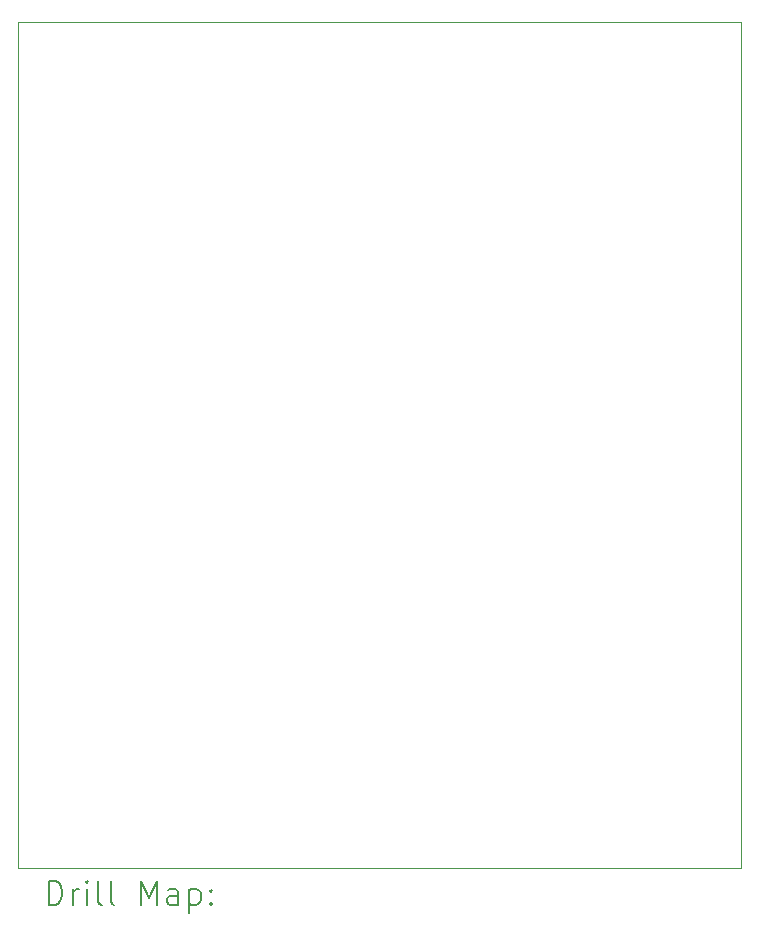
<source format=gbr>
%TF.GenerationSoftware,KiCad,Pcbnew,8.0.2-8.0.2-0~ubuntu22.04.1*%
%TF.CreationDate,2024-05-24T15:40:45+07:00*%
%TF.ProjectId,PCB_design,5043425f-6465-4736-9967-6e2e6b696361,rev?*%
%TF.SameCoordinates,Original*%
%TF.FileFunction,Drillmap*%
%TF.FilePolarity,Positive*%
%FSLAX45Y45*%
G04 Gerber Fmt 4.5, Leading zero omitted, Abs format (unit mm)*
G04 Created by KiCad (PCBNEW 8.0.2-8.0.2-0~ubuntu22.04.1) date 2024-05-24 15:40:45*
%MOMM*%
%LPD*%
G01*
G04 APERTURE LIST*
%ADD10C,0.050000*%
%ADD11C,0.200000*%
G04 APERTURE END LIST*
D10*
X10125000Y-3401000D02*
X16240000Y-3401000D01*
X16240000Y-10560000D01*
X10125000Y-10560000D01*
X10125000Y-3401000D01*
D11*
X10383277Y-10873984D02*
X10383277Y-10673984D01*
X10383277Y-10673984D02*
X10430896Y-10673984D01*
X10430896Y-10673984D02*
X10459467Y-10683508D01*
X10459467Y-10683508D02*
X10478515Y-10702555D01*
X10478515Y-10702555D02*
X10488039Y-10721603D01*
X10488039Y-10721603D02*
X10497563Y-10759698D01*
X10497563Y-10759698D02*
X10497563Y-10788270D01*
X10497563Y-10788270D02*
X10488039Y-10826365D01*
X10488039Y-10826365D02*
X10478515Y-10845412D01*
X10478515Y-10845412D02*
X10459467Y-10864460D01*
X10459467Y-10864460D02*
X10430896Y-10873984D01*
X10430896Y-10873984D02*
X10383277Y-10873984D01*
X10583277Y-10873984D02*
X10583277Y-10740650D01*
X10583277Y-10778746D02*
X10592801Y-10759698D01*
X10592801Y-10759698D02*
X10602324Y-10750174D01*
X10602324Y-10750174D02*
X10621372Y-10740650D01*
X10621372Y-10740650D02*
X10640420Y-10740650D01*
X10707086Y-10873984D02*
X10707086Y-10740650D01*
X10707086Y-10673984D02*
X10697563Y-10683508D01*
X10697563Y-10683508D02*
X10707086Y-10693031D01*
X10707086Y-10693031D02*
X10716610Y-10683508D01*
X10716610Y-10683508D02*
X10707086Y-10673984D01*
X10707086Y-10673984D02*
X10707086Y-10693031D01*
X10830896Y-10873984D02*
X10811848Y-10864460D01*
X10811848Y-10864460D02*
X10802324Y-10845412D01*
X10802324Y-10845412D02*
X10802324Y-10673984D01*
X10935658Y-10873984D02*
X10916610Y-10864460D01*
X10916610Y-10864460D02*
X10907086Y-10845412D01*
X10907086Y-10845412D02*
X10907086Y-10673984D01*
X11164229Y-10873984D02*
X11164229Y-10673984D01*
X11164229Y-10673984D02*
X11230896Y-10816841D01*
X11230896Y-10816841D02*
X11297562Y-10673984D01*
X11297562Y-10673984D02*
X11297562Y-10873984D01*
X11478515Y-10873984D02*
X11478515Y-10769222D01*
X11478515Y-10769222D02*
X11468991Y-10750174D01*
X11468991Y-10750174D02*
X11449943Y-10740650D01*
X11449943Y-10740650D02*
X11411848Y-10740650D01*
X11411848Y-10740650D02*
X11392801Y-10750174D01*
X11478515Y-10864460D02*
X11459467Y-10873984D01*
X11459467Y-10873984D02*
X11411848Y-10873984D01*
X11411848Y-10873984D02*
X11392801Y-10864460D01*
X11392801Y-10864460D02*
X11383277Y-10845412D01*
X11383277Y-10845412D02*
X11383277Y-10826365D01*
X11383277Y-10826365D02*
X11392801Y-10807317D01*
X11392801Y-10807317D02*
X11411848Y-10797793D01*
X11411848Y-10797793D02*
X11459467Y-10797793D01*
X11459467Y-10797793D02*
X11478515Y-10788270D01*
X11573753Y-10740650D02*
X11573753Y-10940650D01*
X11573753Y-10750174D02*
X11592801Y-10740650D01*
X11592801Y-10740650D02*
X11630896Y-10740650D01*
X11630896Y-10740650D02*
X11649943Y-10750174D01*
X11649943Y-10750174D02*
X11659467Y-10759698D01*
X11659467Y-10759698D02*
X11668991Y-10778746D01*
X11668991Y-10778746D02*
X11668991Y-10835889D01*
X11668991Y-10835889D02*
X11659467Y-10854936D01*
X11659467Y-10854936D02*
X11649943Y-10864460D01*
X11649943Y-10864460D02*
X11630896Y-10873984D01*
X11630896Y-10873984D02*
X11592801Y-10873984D01*
X11592801Y-10873984D02*
X11573753Y-10864460D01*
X11754705Y-10854936D02*
X11764229Y-10864460D01*
X11764229Y-10864460D02*
X11754705Y-10873984D01*
X11754705Y-10873984D02*
X11745182Y-10864460D01*
X11745182Y-10864460D02*
X11754705Y-10854936D01*
X11754705Y-10854936D02*
X11754705Y-10873984D01*
X11754705Y-10750174D02*
X11764229Y-10759698D01*
X11764229Y-10759698D02*
X11754705Y-10769222D01*
X11754705Y-10769222D02*
X11745182Y-10759698D01*
X11745182Y-10759698D02*
X11754705Y-10750174D01*
X11754705Y-10750174D02*
X11754705Y-10769222D01*
M02*

</source>
